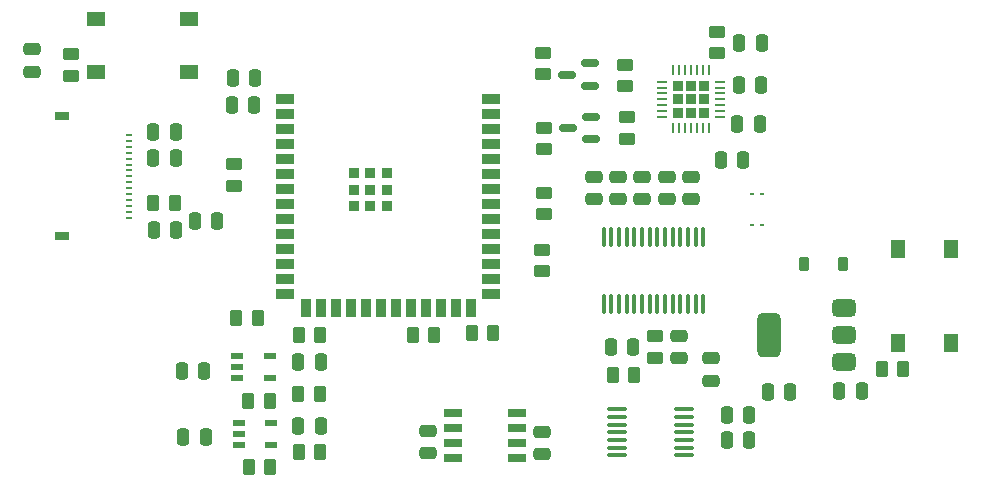
<source format=gbr>
%TF.GenerationSoftware,KiCad,Pcbnew,8.0.5*%
%TF.CreationDate,2024-10-16T13:53:07-05:00*%
%TF.ProjectId,MonitoringSystem_PCB,4d6f6e69-746f-4726-996e-675379737465,rev?*%
%TF.SameCoordinates,Original*%
%TF.FileFunction,Paste,Top*%
%TF.FilePolarity,Positive*%
%FSLAX46Y46*%
G04 Gerber Fmt 4.6, Leading zero omitted, Abs format (unit mm)*
G04 Created by KiCad (PCBNEW 8.0.5) date 2024-10-16 13:53:07*
%MOMM*%
%LPD*%
G01*
G04 APERTURE LIST*
G04 Aperture macros list*
%AMRoundRect*
0 Rectangle with rounded corners*
0 $1 Rounding radius*
0 $2 $3 $4 $5 $6 $7 $8 $9 X,Y pos of 4 corners*
0 Add a 4 corners polygon primitive as box body*
4,1,4,$2,$3,$4,$5,$6,$7,$8,$9,$2,$3,0*
0 Add four circle primitives for the rounded corners*
1,1,$1+$1,$2,$3*
1,1,$1+$1,$4,$5*
1,1,$1+$1,$6,$7*
1,1,$1+$1,$8,$9*
0 Add four rect primitives between the rounded corners*
20,1,$1+$1,$2,$3,$4,$5,0*
20,1,$1+$1,$4,$5,$6,$7,0*
20,1,$1+$1,$6,$7,$8,$9,0*
20,1,$1+$1,$8,$9,$2,$3,0*%
G04 Aperture macros list end*
%ADD10O,1.699999X0.349999*%
%ADD11R,1.000000X0.599999*%
%ADD12O,0.349999X1.699999*%
%ADD13RoundRect,0.250000X0.450000X-0.262500X0.450000X0.262500X-0.450000X0.262500X-0.450000X-0.262500X0*%
%ADD14RoundRect,0.250000X-0.250000X-0.475000X0.250000X-0.475000X0.250000X0.475000X-0.250000X0.475000X0*%
%ADD15RoundRect,0.250000X-0.450000X0.262500X-0.450000X-0.262500X0.450000X-0.262500X0.450000X0.262500X0*%
%ADD16R,1.300000X1.550000*%
%ADD17R,1.550000X1.300000*%
%ADD18RoundRect,0.250000X0.262500X0.450000X-0.262500X0.450000X-0.262500X-0.450000X0.262500X-0.450000X0*%
%ADD19RoundRect,0.250000X-0.262500X-0.450000X0.262500X-0.450000X0.262500X0.450000X-0.262500X0.450000X0*%
%ADD20RoundRect,0.150000X0.587500X0.150000X-0.587500X0.150000X-0.587500X-0.150000X0.587500X-0.150000X0*%
%ADD21R,1.528000X0.650000*%
%ADD22RoundRect,0.062500X-0.117500X-0.062500X0.117500X-0.062500X0.117500X0.062500X-0.117500X0.062500X0*%
%ADD23RoundRect,0.250000X0.475000X-0.250000X0.475000X0.250000X-0.475000X0.250000X-0.475000X-0.250000X0*%
%ADD24RoundRect,0.250000X-0.475000X0.250000X-0.475000X-0.250000X0.475000X-0.250000X0.475000X0.250000X0*%
%ADD25RoundRect,0.250000X0.250000X0.475000X-0.250000X0.475000X-0.250000X-0.475000X0.250000X-0.475000X0*%
%ADD26RoundRect,0.375000X0.625000X0.375000X-0.625000X0.375000X-0.625000X-0.375000X0.625000X-0.375000X0*%
%ADD27RoundRect,0.500000X0.500000X1.400000X-0.500000X1.400000X-0.500000X-1.400000X0.500000X-1.400000X0*%
%ADD28R,1.498600X0.812800*%
%ADD29R,0.812800X1.498600*%
%ADD30R,0.889000X0.889000*%
%ADD31RoundRect,0.062500X0.337500X-0.062500X0.337500X0.062500X-0.337500X0.062500X-0.337500X-0.062500X0*%
%ADD32RoundRect,0.062500X0.062500X-0.337500X0.062500X0.337500X-0.062500X0.337500X-0.062500X-0.337500X0*%
%ADD33RoundRect,0.225000X0.225000X-0.225000X0.225000X0.225000X-0.225000X0.225000X-0.225000X-0.225000X0*%
%ADD34R,0.609600X0.203200*%
%ADD35R,1.295400X0.660400*%
%ADD36RoundRect,0.225000X0.225000X0.375000X-0.225000X0.375000X-0.225000X-0.375000X0.225000X-0.375000X0*%
G04 APERTURE END LIST*
D10*
%TO.C,U3*%
X169997001Y-118826999D03*
X169997001Y-119477000D03*
X169997001Y-120126999D03*
X169997001Y-120777000D03*
X169997001Y-121426999D03*
X169997001Y-122077000D03*
X169997001Y-122726999D03*
X175696999Y-122726999D03*
X175696999Y-122077000D03*
X175696999Y-121426999D03*
X175696999Y-120777000D03*
X175696999Y-120126999D03*
X175696999Y-119477000D03*
X175696999Y-118826999D03*
%TD*%
D11*
%TO.C,U5*%
X140621198Y-114289799D03*
X140621198Y-116189798D03*
X137871198Y-116189798D03*
X137871198Y-115239800D03*
X137871198Y-114289799D03*
%TD*%
%TO.C,U10*%
X137969399Y-119953999D03*
X137969399Y-120904000D03*
X137969399Y-121853998D03*
X140719399Y-121853998D03*
X140719399Y-119953999D03*
%TD*%
D12*
%TO.C,U11*%
X168876000Y-109910999D03*
X169526001Y-109910999D03*
X170176000Y-109910999D03*
X170826001Y-109910999D03*
X171475999Y-109910999D03*
X172126001Y-109910999D03*
X172775999Y-109910999D03*
X173426001Y-109910999D03*
X174075999Y-109910999D03*
X174726001Y-109910999D03*
X175375999Y-109910999D03*
X176026000Y-109910999D03*
X176675999Y-109910999D03*
X177326000Y-109910999D03*
X177326000Y-104211001D03*
X176675999Y-104211001D03*
X176026000Y-104211001D03*
X175375999Y-104211001D03*
X174726001Y-104211001D03*
X174075999Y-104211001D03*
X173426001Y-104211001D03*
X172775999Y-104211001D03*
X172126001Y-104211001D03*
X171475999Y-104211001D03*
X170826001Y-104211001D03*
X170176000Y-104211001D03*
X169526001Y-104211001D03*
X168876000Y-104211001D03*
%TD*%
D13*
%TO.C,R17*%
X178511200Y-88694900D03*
X178511200Y-86869900D03*
%TD*%
D14*
%TO.C,C3*%
X180304400Y-91338400D03*
X182204400Y-91338400D03*
%TD*%
%TO.C,C1*%
X180355200Y-87833200D03*
X182255200Y-87833200D03*
%TD*%
%TO.C,C29*%
X180202800Y-94691200D03*
X182102800Y-94691200D03*
%TD*%
%TO.C,C2*%
X180680400Y-97688400D03*
X178780400Y-97688400D03*
%TD*%
D13*
%TO.C,R16*%
X163703000Y-90447500D03*
X163703000Y-88622500D03*
%TD*%
D15*
%TO.C,R15*%
X163830000Y-94972500D03*
X163830000Y-96797500D03*
%TD*%
D16*
%TO.C,SW2*%
X198261800Y-105245000D03*
X198261800Y-113195000D03*
X193761800Y-105245000D03*
X193761800Y-113195000D03*
%TD*%
D17*
%TO.C,SW1*%
X125857000Y-85771600D03*
X133807000Y-85771600D03*
X125857000Y-90271600D03*
X133807000Y-90271600D03*
%TD*%
D18*
%TO.C,RG4*%
X140615899Y-118084600D03*
X138790899Y-118084600D03*
%TD*%
%TO.C,RG3*%
X143003900Y-117551200D03*
X144828900Y-117551200D03*
%TD*%
%TO.C,RG2*%
X140663300Y-123723400D03*
X138838300Y-123723400D03*
%TD*%
%TO.C,RG1*%
X143054700Y-122428000D03*
X144879700Y-122428000D03*
%TD*%
%TO.C,R14*%
X152706700Y-112572800D03*
X154531700Y-112572800D03*
%TD*%
D15*
%TO.C,R13*%
X163626800Y-107135300D03*
X163626800Y-105310300D03*
%TD*%
D13*
%TO.C,R12*%
X163830000Y-100484300D03*
X163830000Y-102309300D03*
%TD*%
%TO.C,R11*%
X137566400Y-98096700D03*
X137566400Y-99921700D03*
%TD*%
D18*
%TO.C,R10*%
X130761100Y-101346000D03*
X132586100Y-101346000D03*
%TD*%
D19*
%TO.C,R9*%
X159535500Y-112395000D03*
X157710500Y-112395000D03*
%TD*%
%TO.C,R8*%
X171473500Y-115951000D03*
X169648500Y-115951000D03*
%TD*%
D13*
%TO.C,R7*%
X173253400Y-112650900D03*
X173253400Y-114475900D03*
%TD*%
D18*
%TO.C,R6*%
X143054700Y-112572800D03*
X144879700Y-112572800D03*
%TD*%
%TO.C,R5*%
X137748000Y-111125000D03*
X139573000Y-111125000D03*
%TD*%
D19*
%TO.C,R4*%
X194231900Y-115443000D03*
X192406900Y-115443000D03*
%TD*%
D13*
%TO.C,R3*%
X123799600Y-90598000D03*
X123799600Y-88773000D03*
%TD*%
D15*
%TO.C,R2*%
X170815000Y-94083500D03*
X170815000Y-95908500D03*
%TD*%
D13*
%TO.C,R1*%
X170688000Y-91463500D03*
X170688000Y-89638500D03*
%TD*%
D20*
%TO.C,Q2*%
X167767000Y-95946000D03*
X167767000Y-94046000D03*
X165892000Y-94996000D03*
%TD*%
%TO.C,Q1*%
X167688500Y-91440000D03*
X167688500Y-89540000D03*
X165813500Y-90490000D03*
%TD*%
D21*
%TO.C,IC1*%
X156089800Y-119100600D03*
X156089800Y-120370600D03*
X156089800Y-121640600D03*
X156089800Y-122910600D03*
X161511800Y-122910600D03*
X161511800Y-121640600D03*
X161511800Y-120370600D03*
X161511800Y-119100600D03*
%TD*%
D22*
%TO.C,D2*%
X182287700Y-103251000D03*
X181447700Y-103251000D03*
%TD*%
D23*
%TO.C,C28*%
X163677600Y-122641400D03*
X163677600Y-120741400D03*
%TD*%
D24*
%TO.C,C27*%
X154000200Y-122539800D03*
X154000200Y-120639800D03*
%TD*%
D14*
%TO.C,C26*%
X134279600Y-102870000D03*
X136179600Y-102870000D03*
%TD*%
%TO.C,C25*%
X132649000Y-97536000D03*
X130749000Y-97536000D03*
%TD*%
%TO.C,C24*%
X132649000Y-95377000D03*
X130749000Y-95377000D03*
%TD*%
%TO.C,C23*%
X130774400Y-103682800D03*
X132674400Y-103682800D03*
%TD*%
D23*
%TO.C,C22*%
X175260000Y-112588000D03*
X175260000Y-114488000D03*
%TD*%
D24*
%TO.C,C21*%
X177927000Y-116393000D03*
X177927000Y-114493000D03*
%TD*%
D25*
%TO.C,C20*%
X169484000Y-113538000D03*
X171384000Y-113538000D03*
%TD*%
D23*
%TO.C,C19*%
X172085000Y-99126000D03*
X172085000Y-101026000D03*
%TD*%
%TO.C,C18*%
X170053000Y-99126000D03*
X170053000Y-101026000D03*
%TD*%
%TO.C,C17*%
X168021000Y-99126000D03*
X168021000Y-101026000D03*
%TD*%
%TO.C,C16*%
X176276000Y-99126000D03*
X176276000Y-101026000D03*
%TD*%
%TO.C,C15*%
X174244000Y-99126000D03*
X174244000Y-101026000D03*
%TD*%
D14*
%TO.C,C14*%
X184668200Y-117348000D03*
X182768200Y-117348000D03*
%TD*%
%TO.C,C13*%
X181188400Y-121412000D03*
X179288400Y-121412000D03*
%TD*%
%TO.C,C12*%
X181188400Y-119329200D03*
X179288400Y-119329200D03*
%TD*%
%TO.C,C11*%
X144920599Y-120218200D03*
X143020599Y-120218200D03*
%TD*%
%TO.C,C10*%
X144917200Y-114858800D03*
X143017200Y-114858800D03*
%TD*%
D25*
%TO.C,C9*%
X133266999Y-121183400D03*
X135166999Y-121183400D03*
%TD*%
%TO.C,C8*%
X133165399Y-115546400D03*
X135065399Y-115546400D03*
%TD*%
%TO.C,C7*%
X190738800Y-117246400D03*
X188838800Y-117246400D03*
%TD*%
%TO.C,C6*%
X137480000Y-90805000D03*
X139380000Y-90805000D03*
%TD*%
%TO.C,C5*%
X137414000Y-93053000D03*
X139314000Y-93053000D03*
%TD*%
D24*
%TO.C,C4*%
X120472200Y-88331000D03*
X120472200Y-90231000D03*
%TD*%
D26*
%TO.C,U6*%
X189205000Y-114822000D03*
X189205000Y-112522000D03*
D27*
X182905000Y-112522000D03*
D26*
X189205000Y-110222000D03*
%TD*%
D28*
%TO.C,U2*%
X141872000Y-92530000D03*
X141872000Y-93800000D03*
X141872000Y-95070000D03*
X141872000Y-96340000D03*
X141872000Y-97610000D03*
X141872000Y-98880000D03*
X141872000Y-100150000D03*
X141872000Y-101420000D03*
X141872000Y-102690000D03*
X141872000Y-103960000D03*
X141872000Y-105230000D03*
X141872000Y-106500000D03*
X141872000Y-107770000D03*
X141872000Y-109040000D03*
D29*
X143637000Y-110290000D03*
X144907000Y-110290000D03*
X146177000Y-110290000D03*
X147447000Y-110290000D03*
X148717000Y-110290000D03*
X149987000Y-110290000D03*
X151257000Y-110290000D03*
X152527000Y-110290000D03*
X153797000Y-110290000D03*
X155067000Y-110290000D03*
X156337000Y-110290000D03*
X157607000Y-110290000D03*
D28*
X159372000Y-109040000D03*
X159372000Y-107770000D03*
X159372000Y-106500000D03*
X159372000Y-105230000D03*
X159372000Y-103960000D03*
X159372000Y-102690000D03*
X159372000Y-101420000D03*
X159372000Y-100150000D03*
X159372000Y-98880000D03*
X159372000Y-97610000D03*
X159372000Y-96340000D03*
X159372000Y-95070000D03*
X159372000Y-93800000D03*
X159372000Y-92530000D03*
D30*
X149122000Y-101650000D03*
X149122000Y-100250000D03*
X147722000Y-98850000D03*
X147722000Y-100250000D03*
X147722000Y-101650000D03*
X150522000Y-101650000D03*
X150522000Y-100250000D03*
X150522000Y-98850000D03*
X149122000Y-98850000D03*
%TD*%
D31*
%TO.C,U1*%
X173826000Y-94083000D03*
X173826000Y-93583000D03*
X173826000Y-93083000D03*
X173826000Y-92583000D03*
X173826000Y-92083000D03*
X173826000Y-91583000D03*
X173826000Y-91083000D03*
D32*
X174776000Y-90133000D03*
X175276000Y-90133000D03*
X175776000Y-90133000D03*
X176276000Y-90133000D03*
X176776000Y-90133000D03*
X177276000Y-90133000D03*
X177776000Y-90133000D03*
D31*
X178726000Y-91083000D03*
X178726000Y-91583000D03*
X178726000Y-92083000D03*
X178726000Y-92583000D03*
X178726000Y-93083000D03*
X178726000Y-93583000D03*
X178726000Y-94083000D03*
D32*
X177776000Y-95033000D03*
X177276000Y-95033000D03*
X176776000Y-95033000D03*
X176276000Y-95033000D03*
X175776000Y-95033000D03*
X175276000Y-95033000D03*
X174776000Y-95033000D03*
D33*
X177396000Y-91463000D03*
X176276000Y-91463000D03*
X175156000Y-91463000D03*
X177396000Y-92583000D03*
X176276000Y-92583000D03*
X175156000Y-92583000D03*
X177396000Y-93703000D03*
X176276000Y-93703000D03*
X175156000Y-93703000D03*
%TD*%
D34*
%TO.C,J5*%
X128676400Y-95605600D03*
X128676400Y-96105726D03*
X128676400Y-96605852D03*
X128676400Y-97105978D03*
X128676400Y-97606104D03*
X128676400Y-98106230D03*
X128676400Y-98606356D03*
X128676400Y-99106482D03*
X128676400Y-99606608D03*
X128676400Y-100106734D03*
X128676400Y-100606860D03*
X128676400Y-101106986D03*
X128676400Y-101607112D03*
X128676400Y-102107238D03*
X128676400Y-102607364D03*
D35*
X123026401Y-94031483D03*
X123026401Y-104181481D03*
%TD*%
D36*
%TO.C,D3*%
X189102000Y-106553000D03*
X185802000Y-106553000D03*
%TD*%
D22*
%TO.C,D1*%
X182287700Y-100634800D03*
X181447700Y-100634800D03*
%TD*%
M02*

</source>
